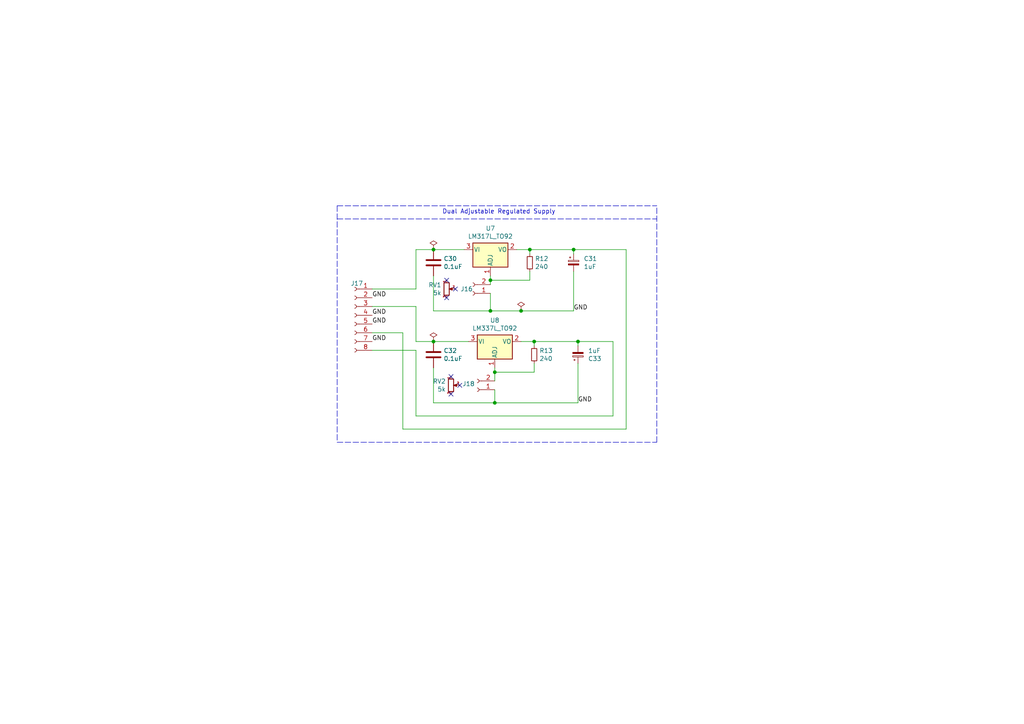
<source format=kicad_sch>
(kicad_sch (version 20211123) (generator eeschema)
  (paper "A4")
  (lib_symbols
    (symbol "Connector:Conn_01x02_Female" (pin_names (offset 1.016) hide)
      (property "Reference" "J" (at 0 2.54 0))
      (property "Value" "Conn_01x02_Female" (at 0 -5.08 0))
      (symbol "Conn_01x02_Female_1_1"
        (arc (start 0 -2.032) (mid -0.508 -2.54) (end 0 -3.048) (stroke (width 0.1524)))
        (polyline (pts (xy -1.27 -2.54) (xy -0.508 -2.54)) (stroke (width 0.1524)))
        (polyline (pts (xy -1.27 0) (xy -0.508 0)) (stroke (width 0.1524)))
        (arc (start 0 0.508) (mid -0.508 0) (end 0 -0.508) (stroke (width 0.1524)))
        (pin passive line (at -5.08 0 0) (length 3.81) (name "Pin_1") (number "1"))
        (pin passive line (at -5.08 -2.54 0) (length 3.81) (name "Pin_2") (number "2"))
      )
    )
    (symbol "Connector:Conn_01x08_Female" (pin_names (offset 1.016) hide)
      (property "Reference" "J" (at 0 10.16 0))
      (property "Value" "Conn_01x08_Female" (at 0 -12.7 0))
      (symbol "Conn_01x08_Female_1_1"
        (arc (start 0 -9.652) (mid -0.508 -10.16) (end 0 -10.668) (stroke (width 0.1524)))
        (arc (start 0 -7.112) (mid -0.508 -7.62) (end 0 -8.128) (stroke (width 0.1524)))
        (arc (start 0 -4.572) (mid -0.508 -5.08) (end 0 -5.588) (stroke (width 0.1524)))
        (arc (start 0 -2.032) (mid -0.508 -2.54) (end 0 -3.048) (stroke (width 0.1524)))
        (polyline (pts (xy -1.27 -10.16) (xy -0.508 -10.16)) (stroke (width 0.1524)))
        (polyline (pts (xy -1.27 -7.62) (xy -0.508 -7.62)) (stroke (width 0.1524)))
        (polyline (pts (xy -1.27 -5.08) (xy -0.508 -5.08)) (stroke (width 0.1524)))
        (polyline (pts (xy -1.27 -2.54) (xy -0.508 -2.54)) (stroke (width 0.1524)))
        (polyline (pts (xy -1.27 0) (xy -0.508 0)) (stroke (width 0.1524)))
        (polyline (pts (xy -1.27 2.54) (xy -0.508 2.54)) (stroke (width 0.1524)))
        (polyline (pts (xy -1.27 5.08) (xy -0.508 5.08)) (stroke (width 0.1524)))
        (polyline (pts (xy -1.27 7.62) (xy -0.508 7.62)) (stroke (width 0.1524)))
        (arc (start 0 0.508) (mid -0.508 0) (end 0 -0.508) (stroke (width 0.1524)))
        (arc (start 0 3.048) (mid -0.508 2.54) (end 0 2.032) (stroke (width 0.1524)))
        (arc (start 0 5.588) (mid -0.508 5.08) (end 0 4.572) (stroke (width 0.1524)))
        (arc (start 0 8.128) (mid -0.508 7.62) (end 0 7.112) (stroke (width 0.1524)))
        (pin passive line (at -5.08 7.62 0) (length 3.81) (name "Pin_1") (number "1"))
        (pin passive line (at -5.08 5.08 0) (length 3.81) (name "Pin_2") (number "2"))
        (pin passive line (at -5.08 2.54 0) (length 3.81) (name "Pin_3") (number "3"))
        (pin passive line (at -5.08 0 0) (length 3.81) (name "Pin_4") (number "4"))
        (pin passive line (at -5.08 -2.54 0) (length 3.81) (name "Pin_5") (number "5"))
        (pin passive line (at -5.08 -5.08 0) (length 3.81) (name "Pin_6") (number "6"))
        (pin passive line (at -5.08 -7.62 0) (length 3.81) (name "Pin_7") (number "7"))
        (pin passive line (at -5.08 -10.16 0) (length 3.81) (name "Pin_8") (number "8"))
      )
    )
    (symbol "Device:C" (pin_numbers hide) (pin_names (offset 0.254))
      (property "Reference" "C" (at 0.635 2.54 0))
      (property "Value" "C" (at 0.635 -2.54 0))
      (symbol "C_0_1"
        (polyline (pts (xy -2.032 -0.762) (xy 2.032 -0.762)) (stroke (width 0.508)))
        (polyline (pts (xy -2.032 0.762) (xy 2.032 0.762)) (stroke (width 0.508)))
      )
      (symbol "C_1_1"
        (pin passive line (at 0 3.81 270) (length 2.794) (name "~") (number "1"))
        (pin passive line (at 0 -3.81 90) (length 2.794) (name "~") (number "2"))
      )
    )
    (symbol "Device:C_Polarized_Small" (pin_numbers hide) (pin_names (offset 0.254) hide)
      (property "Reference" "C" (at 0.254 1.778 0))
      (property "Value" "C_Polarized_Small" (at 0.254 -2.032 0))
      (symbol "C_Polarized_Small_0_1"
        (rectangle (start -1.524 -0.3048) (end 1.524 -0.6858) (fill (type outline)))
        (rectangle (start -1.524 0.6858) (end 1.524 0.3048))
        (polyline (pts (xy -1.27 1.524) (xy -0.762 1.524)))
        (polyline (pts (xy -1.016 1.27) (xy -1.016 1.778)))
      )
      (symbol "C_Polarized_Small_1_1"
        (pin passive line (at 0 2.54 270) (length 1.8542) (name "~") (number "1"))
        (pin passive line (at 0 -2.54 90) (length 1.8542) (name "~") (number "2"))
      )
    )
    (symbol "Device:R_Small" (pin_numbers hide) (pin_names (offset 0.254) hide)
      (property "Reference" "R" (at 0.762 0.508 0))
      (property "Value" "R_Small" (at 0.762 -1.016 0))
      (symbol "R_Small_0_1"
        (rectangle (start -0.762 1.778) (end 0.762 -1.778) (stroke (width 0.2032)))
      )
      (symbol "R_Small_1_1"
        (pin passive line (at 0 2.54 270) (length 0.762) (name "~") (number "1"))
        (pin passive line (at 0 -2.54 90) (length 0.762) (name "~") (number "2"))
      )
    )
    (symbol "Regulator_Linear:LM317L_TO92" (pin_names (offset 0.254))
      (property "Reference" "U" (at -3.81 3.175 0))
      (property "Value" "LM317L_TO92" (at 0 3.175 0))
      (symbol "LM317L_TO92_0_1"
        (rectangle (start -5.08 1.905) (end 5.08 -5.08) (stroke (width 0.254)) (fill (type background)))
      )
      (symbol "LM317L_TO92_1_1"
        (pin input line (at 0 -7.62 90) (length 2.54) (name "ADJ") (number "1"))
        (pin power_out line (at 7.62 0 180) (length 2.54) (name "VO") (number "2"))
        (pin power_in line (at -7.62 0 0) (length 2.54) (name "VI") (number "3"))
      )
    )
    (symbol "Regulator_Linear:LM337L_TO92" (pin_names (offset 0.254))
      (property "Reference" "U" (at -3.81 -3.175 0))
      (property "Value" "LM337L_TO92" (at 0 -3.175 0))
      (symbol "LM337L_TO92_0_1"
        (rectangle (start -5.08 5.08) (end 5.08 -1.905) (stroke (width 0.254)) (fill (type background)))
      )
      (symbol "LM337L_TO92_1_1"
        (pin input line (at 0 7.62 270) (length 2.54) (name "ADJ") (number "1"))
        (pin power_out line (at 7.62 0 180) (length 2.54) (name "VO") (number "2"))
        (pin power_in line (at -7.62 0 0) (length 2.54) (name "VI") (number "3"))
      )
    )
    (symbol "minipowersupply-rescue:R_POT_Small-Device" (pin_names (offset 1.016) hide)
      (property "Reference" "RV" (at -4.445 0 90))
      (property "Value" "R_POT_Small-Device" (at -2.54 0 90))
      (symbol "R_POT_Small-Device_0_1"
        (polyline (pts (xy 0.889 0) (xy 0.635 0) (xy 1.651 0.381) (xy 1.651 -0.381) (xy 0.635 0) (xy 0.889 0)) (fill (type outline)))
        (rectangle (start 0.762 1.8034) (end -0.762 -1.8034) (stroke (width 0.254)))
      )
      (symbol "R_POT_Small-Device_1_1"
        (pin passive line (at 0 2.54 270) (length 0.635) (name "1") (number "1"))
        (pin passive line (at 2.54 0 180) (length 0.9906) (name "2") (number "2"))
        (pin passive line (at 0 -2.54 90) (length 0.635) (name "3") (number "3"))
      )
    )
    (symbol "power:PWR_FLAG" (power) (pin_numbers hide) (pin_names (offset 0) hide)
      (property "Value" "PWR_FLAG" (at 0 3.81 0))
      (symbol "PWR_FLAG_0_0"
        (pin power_out line (at 0 0 90) (length 0) (name "pwr") (number "1"))
      )
      (symbol "PWR_FLAG_0_1"
        (polyline (pts (xy 0 0) (xy 0 1.27) (xy -1.016 1.905) (xy 0 2.54) (xy 1.016 1.905) (xy 0 1.27)))
      )
    )
  )
  (junction (at 167.64 99.06))
  (junction (at 125.73 99.06))
  (junction (at 153.67 72.39))
  (junction (at 142.24 81.28))
  (junction (at 143.51 116.84))
  (junction (at 125.73 72.39))
  (junction (at 142.24 90.17))
  (junction (at 154.94 99.06))
  (junction (at 143.51 107.95))
  (junction (at 166.37 72.39))
  (junction (at 151.13 90.17))
  (no_connect (at 132.08 83.82))
  (no_connect (at 129.54 86.36))
  (no_connect (at 133.35 111.76))
  (no_connect (at 129.54 81.28))
  (no_connect (at 130.81 114.3))
  (no_connect (at 130.81 109.22))
  (wire (pts (xy 166.37 90.17) (xy 166.37 78.74)))
  (polyline (pts (xy 97.79 59.69) (xy 190.5 59.69)))
  (polyline (pts (xy 97.79 128.27) (xy 190.5 128.27)))
  (wire (pts (xy 143.51 113.03) (xy 143.51 116.84)))
  (wire (pts (xy 120.65 99.06) (xy 120.65 88.9)))
  (polyline (pts (xy 190.5 128.27) (xy 190.5 59.69)))
  (wire (pts (xy 143.51 106.68) (xy 143.51 107.95)))
  (wire (pts (xy 154.94 107.95) (xy 143.51 107.95)))
  (wire (pts (xy 134.62 72.39) (xy 125.73 72.39)))
  (wire (pts (xy 142.24 85.09) (xy 142.24 90.17)))
  (wire (pts (xy 142.24 81.28) (xy 153.67 81.28)))
  (wire (pts (xy 120.65 72.39) (xy 125.73 72.39)))
  (wire (pts (xy 116.84 124.46) (xy 116.84 96.52)))
  (wire (pts (xy 125.73 116.84) (xy 125.73 106.68)))
  (wire (pts (xy 120.65 83.82) (xy 107.95 83.82)))
  (wire (pts (xy 116.84 96.52) (xy 107.95 96.52)))
  (wire (pts (xy 181.61 72.39) (xy 181.61 124.46)))
  (wire (pts (xy 154.94 107.95) (xy 154.94 105.41)))
  (wire (pts (xy 154.94 99.06) (xy 167.64 99.06)))
  (polyline (pts (xy 97.79 59.69) (xy 97.79 128.27)))
  (wire (pts (xy 153.67 72.39) (xy 166.37 72.39)))
  (wire (pts (xy 151.13 90.17) (xy 166.37 90.17)))
  (wire (pts (xy 167.64 99.06) (xy 177.8 99.06)))
  (wire (pts (xy 125.73 99.06) (xy 135.89 99.06)))
  (wire (pts (xy 142.24 80.01) (xy 142.24 81.28)))
  (wire (pts (xy 142.24 81.28) (xy 142.24 82.55)))
  (wire (pts (xy 125.73 90.17) (xy 142.24 90.17)))
  (polyline (pts (xy 97.79 63.5) (xy 190.5 63.5)))
  (wire (pts (xy 153.67 73.66) (xy 153.67 72.39)))
  (wire (pts (xy 120.65 88.9) (xy 107.95 88.9)))
  (wire (pts (xy 120.65 120.65) (xy 120.65 101.6)))
  (wire (pts (xy 125.73 80.01) (xy 125.73 90.17)))
  (wire (pts (xy 167.64 99.06) (xy 167.64 100.33)))
  (wire (pts (xy 167.64 105.41) (xy 167.64 116.84)))
  (wire (pts (xy 125.73 116.84) (xy 143.51 116.84)))
  (wire (pts (xy 177.8 120.65) (xy 120.65 120.65)))
  (wire (pts (xy 154.94 100.33) (xy 154.94 99.06)))
  (wire (pts (xy 151.13 99.06) (xy 154.94 99.06)))
  (wire (pts (xy 143.51 116.84) (xy 167.64 116.84)))
  (wire (pts (xy 166.37 72.39) (xy 181.61 72.39)))
  (wire (pts (xy 142.24 90.17) (xy 151.13 90.17)))
  (wire (pts (xy 181.61 124.46) (xy 116.84 124.46)))
  (wire (pts (xy 120.65 72.39) (xy 120.65 83.82)))
  (wire (pts (xy 166.37 72.39) (xy 166.37 73.66)))
  (wire (pts (xy 125.73 99.06) (xy 120.65 99.06)))
  (wire (pts (xy 153.67 81.28) (xy 153.67 78.74)))
  (wire (pts (xy 143.51 107.95) (xy 143.51 110.49)))
  (wire (pts (xy 177.8 99.06) (xy 177.8 120.65)))
  (wire (pts (xy 120.65 101.6) (xy 107.95 101.6)))
  (wire (pts (xy 149.86 72.39) (xy 153.67 72.39)))
  (text "Dual Adjustable Regulated Supply" (at 128.27 62.23 0) (effects (font (size 1.27 1.27)) (justify left bottom)))
  (label "GND" (at 107.95 86.36 0))
  (label "GND" (at 166.37 90.17 0))
  (label "GND" (at 107.95 91.44 0))
  (label "GND" (at 107.95 93.98 0))
  (label "GND" (at 167.64 116.84 0))
  (label "GND" (at 107.95 99.06 0))
  (symbol (lib_id "Device:C") (at 125.73 76.2 0) (unit 1)
    (property "Reference" "C30" (at 128.651 75.0316 0) (effects (justify left)))
    (property "Value" "0.1uF" (at 128.651 77.343 0) (effects (justify left)))
    (property "Footprint" "Capacitor_SMD:C_0603_1608Metric" (effects hide))
  )
  (symbol (lib_id "Connector:Conn_01x02_Female") (at 138.43 113.03 180) (unit 1)
    (property "Reference" "J18" (at 137.7188 111.3262 0) (effects (justify left)))
    (property "Value" "Conn_01x02_Female" (effects hide))
    (property "Footprint" "Connector_PinHeader_2.54mm:PinHeader_1x02_P2.54mm_Vertical" (effects hide))
  )
  (symbol (lib_id "Device:C_Polarized_Small") (at 167.64 102.87 0) (mirror x) (unit 1)
    (property "Reference" "C33" (at 170.561 104.0384 0) (effects (justify left)))
    (property "Value" "1uF" (at 170.561 101.727 0) (effects (justify left)))
    (property "Footprint" "Capacitor_SMD:C_1206_3216Metric" (effects hide))
  )
  (symbol (lib_id "Connector:Conn_01x02_Female") (at 137.16 85.09 180) (unit 1)
    (property "Reference" "J16" (at 137.16 83.82 0) (effects (justify left)))
    (property "Value" "Conn_01x02_Female" (effects hide))
    (property "Footprint" "Connector_PinHeader_2.54mm:PinHeader_1x02_P2.54mm_Vertical" (effects hide))
  )
  (symbol (lib_id "power:PWR_FLAG") (at 125.73 72.39 0) (unit 1)
    (property "Reference" "#FLG08" (effects hide))
    (property "Value" "PWR_FLAG" (effects hide))
  )
  (symbol (lib_id "Device:R_Small") (at 153.67 76.2 0) (unit 1)
    (property "Reference" "R12" (at 155.1686 75.0316 0) (effects (justify left)))
    (property "Value" "240" (at 155.1686 77.343 0) (effects (justify left)))
    (property "Footprint" "Resistor_SMD:R_0603_1608Metric" (effects hide))
  )
  (symbol (lib_id "power:PWR_FLAG") (at 125.73 99.06 0) (unit 1)
    (property "Reference" "#FLG010" (effects hide))
    (property "Value" "PWR_FLAG" (effects hide))
  )
  (symbol (lib_id "power:PWR_FLAG") (at 151.13 90.17 0) (unit 1)
    (property "Reference" "#FLG09" (effects hide))
    (property "Value" "PWR_FLAG" (effects hide))
  )
  (symbol (lib_id "Regulator_Linear:LM317L_TO92") (at 142.24 72.39 0) (unit 1)
    (property "Reference" "U7" (at 142.24 66.2432 0))
    (property "Value" "LM317L_TO92" (at 142.24 68.5546 0))
    (property "Footprint" "Package_TO_SOT_SMD:SOT-223-3_TabPin2" (effects hide))
    (property "Datasheet" "http://www.ti.com/lit/ds/snvs775k/snvs775k.pdf" (effects hide))
    (property "Availability" "on order" (effects hide))
  )
  (symbol (lib_id "minipowersupply-rescue:R_POT_Small-Device") (at 130.81 111.76 0) (unit 1)
    (property "Reference" "RV2" (at 129.3114 110.5916 0) (effects (justify right)))
    (property "Value" "5k" (at 129.3114 112.903 0) (effects (justify right)))
    (property "Availability" "On ORder" (effects hide))
  )
  (symbol (lib_id "Device:C") (at 125.73 102.87 0) (unit 1)
    (property "Reference" "C32" (at 128.651 101.7016 0) (effects (justify left)))
    (property "Value" "0.1uF" (at 128.651 104.013 0) (effects (justify left)))
    (property "Footprint" "Capacitor_SMD:C_0603_1608Metric" (effects hide))
  )
  (symbol (lib_id "Regulator_Linear:LM337L_TO92") (at 143.51 99.06 0) (mirror x) (unit 1)
    (property "Reference" "U8" (at 143.51 92.9132 0))
    (property "Value" "LM337L_TO92" (at 143.51 95.2246 0))
    (property "Footprint" "Package_TO_SOT_SMD:SOT-223-3_TabPin2" (effects hide))
    (property "Datasheet" "http://www.ti.com/lit/ds/symlink/lm337l.pdf" (effects hide))
    (property "Availability" "on order" (effects hide))
  )
  (symbol (lib_id "Connector:Conn_01x08_Female") (at 102.87 91.44 0) (mirror y) (unit 1)
    (property "Reference" "J17" (at 103.505 82.2 0))
    (property "Value" "Conn_01x08_Female" (effects hide))
    (property "Footprint" "Connector_PinHeader_2.54mm:PinHeader_1x08_P2.54mm_Vertical" (effects hide))
  )
  (symbol (lib_id "Device:R_Small") (at 154.94 102.87 0) (unit 1)
    (property "Reference" "R13" (at 156.4386 101.7016 0) (effects (justify left)))
    (property "Value" "240" (at 156.4386 104.013 0) (effects (justify left)))
    (property "Footprint" "Resistor_SMD:R_0603_1608Metric" (effects hide))
  )
  (symbol (lib_id "Device:C_Polarized_Small") (at 166.37 76.2 0) (unit 1)
    (property "Reference" "C31" (at 169.291 75.0316 0) (effects (justify left)))
    (property "Value" "1uF" (at 169.291 77.343 0) (effects (justify left)))
    (property "Footprint" "Capacitor_SMD:C_1206_3216Metric" (effects hide))
  )
  (symbol (lib_id "minipowersupply-rescue:R_POT_Small-Device") (at 129.54 83.82 0) (unit 1)
    (property "Reference" "RV1" (at 128.0414 82.6516 0) (effects (justify right)))
    (property "Value" "5k" (at 128.0414 84.963 0) (effects (justify right)))
    (property "Availability" "On ORder" (effects hide))
  )
)
</source>
